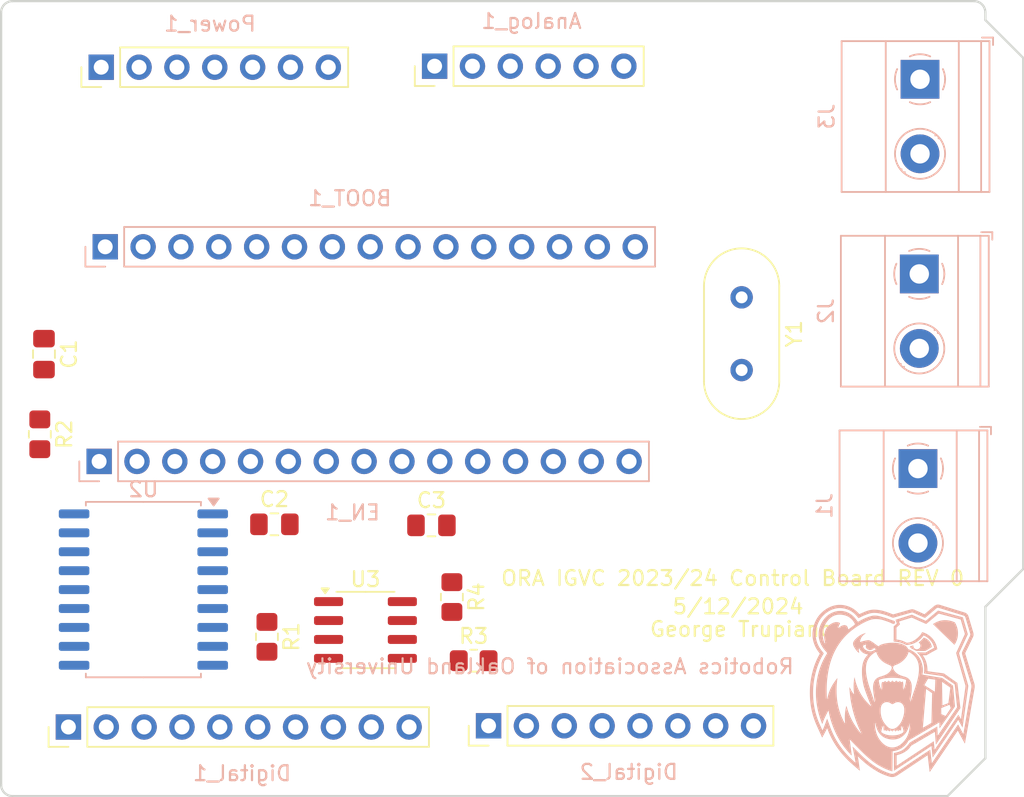
<source format=kicad_pcb>
(kicad_pcb (version 20240108) (generator "pcbnew") (generator_version "8.0")
  (layers (0 "F.Cu" signal) (31 "B.Cu" signal) (34 "B.Paste" user) (35 "F.Paste" user) (36 "B.SilkS" user "B.Silkscreen") (37 "F.SilkS" user "F.Silkscreen") (38 "B.Mask" user) (39 "F.Mask" user) (44 "Edge.Cuts" user))
  (net 0 "")
  (net 1 "A0")
  (net 2 "A5")
  (net 3 "A3")
  (net 4 "A2")
  (net 5 "A1")
  (net 6 "A4")
  (net 7 "D9")
  (net 8 "Net-(U2-OSC2)")
  (net 9 "Net-(U2-OSC1)")
  (net 10 "+5V")
  (net 11 "SO")
  (net 12 "SDA")
  (net 13 "SCL")
  (net 14 "AREF")
  (net 15 "D8")
  (net 16 "GND")
  (net 17 "D1_RX")
  (net 18 "D3")
  (net 19 "SI")
  (net 20 "D5")
  (net 21 "D7")
  (net 22 "D4")
  (net 23 "D1_TX")
  (net 24 "D6")
  (net 25 "3.3V")
  (net 26 "Vin")
  (net 27 "RESET")
  (net 28 "IOREF")
  (net 29 "SCK")
  (net 30 "CS")
  (net 57 "INT")
  (net 58 "CAN_H")
  (net 59 "CAN_L")
  (net 60 "Net-(U2-~{RESET})")
  (net 61 "Net-(U3-Rs)")
  (net 64 "Net-(U2-RXCAN)")
  (net 68 "Net-(U2-TXCAN)")
  (footprint "Resistor_SMD:R_0805_2012Metric_Pad1.20x1.40mm_HandSolder" (layer "F.Cu") (at 131.61 117.44 -90)
    (property "Reference" "R1" (at 0 -1.65 90) (layer "F.SilkS"))
    (property "Value" "1M")
    (pad "1" smd roundrect (at -1 0 270) (size 1.2 1.4) (layers "F.Cu" "F.Paste" "F.Mask") (roundrect_rratio 0.208333) (net 8 "Net-(U2-OSC2)"))
    (pad "2" smd roundrect (at 1 0 270) (size 1.2 1.4) (layers "F.Cu" "F.Paste" "F.Mask") (roundrect_rratio 0.208333) (net 9 "Net-(U2-OSC1)"))
  )
  (footprint "Resistor_SMD:R_0805_2012Metric_Pad1.20x1.40mm_HandSolder" (layer "F.Cu") (at 144.02 114.77 -90)
    (property "Reference" "R4" (at 0 -1.65 90) (layer "F.SilkS"))
    (property "Value" "120")
    (pad "1" smd roundrect (at -1 0 270) (size 1.2 1.4) (layers "F.Cu" "F.Paste" "F.Mask") (roundrect_rratio 0.208333) (net 58 "CAN_H"))
    (pad "2" smd roundrect (at 1 0 270) (size 1.2 1.4) (layers "F.Cu" "F.Paste" "F.Mask") (roundrect_rratio 0.208333) (net 59 "CAN_L"))
  )
  (footprint "Capacitor_SMD:C_0805_2012Metric_Pad1.18x1.45mm_HandSolder" (layer "F.Cu") (at 132.11 109.89)
    (property "Reference" "C2" (at 0 -1.68 0) (layer "F.SilkS"))
    (property "Value" "22uF")
    (pad "1" smd roundrect (at -1.0375 0) (size 1.175 1.45) (layers "F.Cu" "F.Paste" "F.Mask") (roundrect_rratio 0.212766) (net 9 "Net-(U2-OSC1)"))
    (pad "2" smd roundrect (at 1.0375 0) (size 1.175 1.45) (layers "F.Cu" "F.Paste" "F.Mask") (roundrect_rratio 0.212766) (net 16 "GND"))
  )
  (footprint "Connector_PinHeader_2.54mm:PinHeader_1x10_P2.54mm_Vertical" (layer "F.Cu") (at 118.29 123.49 90)
    (property "Reference" "Digital_1" (at -3.11 11.65 0) (layer "B.SilkS") (effects (justify mirror)))
    (property "Value" "Conn_01x10" (hide yes))
    (pad "1" thru_hole rect (at 0 0 90) (size 1.7 1.7) (drill 1) (layers "*.Cu" "*.Mask") (net 13 "SCL"))
    (pad "2" thru_hole oval (at 0 2.54 90) (size 1.7 1.7) (drill 1) (layers "*.Cu" "*.Mask") (net 12 "SDA"))
    (pad "3" thru_hole oval (at 0 5.08 90) (size 1.7 1.7) (drill 1) (layers "*.Cu" "*.Mask") (net 14 "AREF"))
    (pad "4" thru_hole oval (at 0 7.62 90) (size 1.7 1.7) (drill 1) (layers "*.Cu" "*.Mask") (net 16 "GND"))
    (pad "5" thru_hole oval (at 0 10.16 90) (size 1.7 1.7) (drill 1) (layers "*.Cu" "*.Mask") (net 29 "SCK"))
    (pad "6" thru_hole oval (at 0 12.7 90) (size 1.7 1.7) (drill 1) (layers "*.Cu" "*.Mask") (net 11 "SO"))
    (pad "7" thru_hole oval (at 0 15.24 90) (size 1.7 1.7) (drill 1) (layers "*.Cu" "*.Mask") (net 19 "SI"))
    (pad "8" thru_hole oval (at 0 17.78 90) (size 1.7 1.7) (drill 1) (layers "*.Cu" "*.Mask") (net 30 "CS"))
    (pad "9" thru_hole oval (at 0 20.32 90) (size 1.7 1.7) (drill 1) (layers "*.Cu" "*.Mask") (net 7 "D9"))
    (pad "10" thru_hole oval (at 0 22.86 90) (size 1.7 1.7) (drill 1) (layers "*.Cu" "*.Mask") (net 15 "D8"))
  )
  (footprint "Capacitor_SMD:C_0805_2012Metric_Pad1.18x1.45mm_HandSolder" (layer "F.Cu") (at 116.65 98.47 -90)
    (property "Reference" "C1" (at 0 -1.68 90) (layer "F.SilkS"))
    (property "Value" "22uF")
    (pad "1" smd roundrect (at -1.0375 0 270) (size 1.175 1.45) (layers "F.Cu" "F.Paste" "F.Mask") (roundrect_rratio 0.212766) (net 16 "GND"))
    (pad "2" smd roundrect (at 1.0375 0 270) (size 1.175 1.45) (layers "F.Cu" "F.Paste" "F.Mask") (roundrect_rratio 0.212766) (net 8 "Net-(U2-OSC2)"))
  )
  (footprint "Resistor_SMD:R_0805_2012Metric_Pad1.20x1.40mm_HandSolder" (layer "F.Cu") (at 145.48 119.04)
    (property "Reference" "R3" (at 0 -1.65 0) (layer "F.SilkS"))
    (property "Value" "10k")
    (pad "1" smd roundrect (at -1 0) (size 1.2 1.4) (layers "F.Cu" "F.Paste" "F.Mask") (roundrect_rratio 0.208333) (net 61 "Net-(U3-Rs)"))
    (pad "2" smd roundrect (at 1 0) (size 1.2 1.4) (layers "F.Cu" "F.Paste" "F.Mask") (roundrect_rratio 0.208333) (net 16 "GND"))
  )
  (footprint "Connector_PinHeader_2.54mm:PinHeader_1x06_P2.54mm_Vertical" (layer "F.Cu") (at 142.86 79.15 90)
    (property "Reference" "Analog_1" (at 3.02 6.5 0) (layer "B.SilkS") (effects (justify mirror)))
    (property "Value" "Conn_01x06" (hide yes))
    (pad "1" thru_hole rect (at 0 0 90) (size 1.7 1.7) (drill 1) (layers "*.Cu" "*.Mask") (net 1 "A0"))
    (pad "2" thru_hole oval (at 0 2.54 90) (size 1.7 1.7) (drill 1) (layers "*.Cu" "*.Mask") (net 5 "A1"))
    (pad "3" thru_hole oval (at 0 5.08 90) (size 1.7 1.7) (drill 1) (layers "*.Cu" "*.Mask") (net 4 "A2"))
    (pad "4" thru_hole oval (at 0 7.62 90) (size 1.7 1.7) (drill 1) (layers "*.Cu" "*.Mask") (net 3 "A3"))
    (pad "5" thru_hole oval (at 0 10.16 90) (size 1.7 1.7) (drill 1) (layers "*.Cu" "*.Mask") (net 6 "A4"))
    (pad "6" thru_hole oval (at 0 12.7 90) (size 1.7 1.7) (drill 1) (layers "*.Cu" "*.Mask") (net 2 "A5"))
  )
  (footprint "Connector_PinHeader_2.54mm:PinHeader_1x07_P2.54mm_Vertical" (layer "F.Cu") (at 120.49 79.22 90)
    (property "Reference" "Power_1" (at 2.91 7.3 0) (layer "B.SilkS") (effects (justify mirror)))
    (property "Value" "Conn_01x07" (hide yes))
    (pad "1" thru_hole rect (at 0 0 90) (size 1.7 1.7) (drill 1) (layers "*.Cu" "*.Mask") (net 28 "IOREF"))
    (pad "2" thru_hole oval (at 0 2.54 90) (size 1.7 1.7) (drill 1) (layers "*.Cu" "*.Mask") (net 27 "RESET"))
    (pad "3" thru_hole oval (at 0 5.08 90) (size 1.7 1.7) (drill 1) (layers "*.Cu" "*.Mask") (net 25 "3.3V"))
    (pad "4" thru_hole oval (at 0 7.62 90) (size 1.7 1.7) (drill 1) (layers "*.Cu" "*.Mask") (net 10 "+5V"))
    (pad "5" thru_hole oval (at 0 10.16 90) (size 1.7 1.7) (drill 1) (layers "*.Cu" "*.Mask") (net 16 "GND"))
    (pad "6" thru_hole oval (at 0 12.7 90) (size 1.7 1.7) (drill 1) (layers "*.Cu" "*.Mask") (net 16 "GND"))
    (pad "7" thru_hole oval (at 0 15.24 90) (size 1.7 1.7) (drill 1) (layers "*.Cu" "*.Mask") (net 26 "Vin"))
  )
  (footprint "Capacitor_SMD:C_0805_2012Metric_Pad1.18x1.45mm_HandSolder" (layer "F.Cu") (at 142.6475 109.96)
    (property "Reference" "C3" (at 0 -1.68 0) (layer "F.SilkS"))
    (property "Value" "100nF")
    (pad "1" smd roundrect (at -1.0375 0) (size 1.175 1.45) (layers "F.Cu" "F.Paste" "F.Mask") (roundrect_rratio 0.212766) (net 10 "+5V"))
    (pad "2" smd roundrect (at 1.0375 0) (size 1.175 1.45) (layers "F.Cu" "F.Paste" "F.Mask") (roundrect_rratio 0.212766) (net 16 "GND"))
  )
  (footprint "Connector_PinHeader_2.54mm:PinHeader_1x08_P2.54mm_Vertical" (layer "F.Cu") (at 146.48 123.41 90)
    (property "Reference" "Digital_2" (at -3.1 9.41 0) (layer "B.SilkS") (effects (justify mirror)))
    (property "Value" "Conn_01x08" (hide yes))
    (pad "1" thru_hole rect (at 0 0 90) (size 1.7 1.7) (drill 1) (layers "*.Cu" "*.Mask") (net 21 "D7"))
    (pad "2" thru_hole oval (at 0 2.54 90) (size 1.7 1.7) (drill 1) (layers "*.Cu" "*.Mask") (net 24 "D6"))
    (pad "3" thru_hole oval (at 0 5.08 90) (size 1.7 1.7) (drill 1) (layers "*.Cu" "*.Mask") (net 20 "D5"))
    (pad "4" thru_hole oval (at 0 7.62 90) (size 1.7 1.7) (drill 1) (layers "*.Cu" "*.Mask") (net 22 "D4"))
    (pad "5" thru_hole oval (at 0 10.16 90) (size 1.7 1.7) (drill 1) (layers "*.Cu" "*.Mask") (net 18 "D3"))
    (pad "6" thru_hole oval (at 0 12.7 90) (size 1.7 1.7) (drill 1) (layers "*.Cu" "*.Mask") (net 57 "INT"))
    (pad "7" thru_hole oval (at 0 15.24 90) (size 1.7 1.7) (drill 1) (layers "*.Cu" "*.Mask") (net 23 "D1_TX"))
    (pad "8" thru_hole oval (at 0 17.78 90) (size 1.7 1.7) (drill 1) (layers "*.Cu" "*.Mask") (net 17 "D1_RX"))
  )
  (footprint "Package_SO:SOIC-8_3.9x4.9mm_P1.27mm" (layer "F.Cu") (at 138.22 116.98)
    (property "Reference" "U3" (at 0 -3.4 0) (layer "F.SilkS"))
    (property "Value" "MCP2551-I-SN")
    (pad "1" smd roundrect (at -2.475 -1.905) (size 1.95 0.6) (layers "F.Cu" "F.Paste" "F.Mask") (net 68 "Net-(U2-TXCAN)"))
    (pad "2" smd roundrect (at -2.475 -0.635) (size 1.95 0.6) (layers "F.Cu" "F.Paste" "F.Mask") (net 16 "GND"))
    (pad "3" smd roundrect (at -2.475 0.635) (size 1.95 0.6) (layers "F.Cu" "F.Paste" "F.Mask") (net 10 "+5V"))
    (pad "4" smd roundrect (at -2.475 1.905) (size 1.95 0.6) (layers "F.Cu" "F.Paste" "F.Mask") (net 64 "Net-(U2-RXCAN)"))
    (pad "5" smd roundrect (at 2.475 1.905) (size 1.95 0.6) (layers "F.Cu" "F.Paste" "F.Mask"))
    (pad "6" smd roundrect (at 2.475 0.635) (size 1.95 0.6) (layers "F.Cu" "F.Paste" "F.Mask") (net 59 "CAN_L"))
    (pad "7" smd roundrect (at 2.475 -0.635) (size 1.95 0.6) (layers "F.Cu" "F.Paste" "F.Mask") (net 58 "CAN_H"))
    (pad "8" smd roundrect (at 2.475 -1.905) (size 1.95 0.6) (layers "F.Cu" "F.Paste" "F.Mask") (net 61 "Net-(U3-Rs)"))
  )
  (footprint "Crystal:Crystal_HC49-4H_Vertical" (layer "F.Cu") (at 163.46 94.66 -90)
    (property "Reference" "Y1" (at 2.44 -3.525 90) (layer "F.SilkS"))
    (property "Value" "8Mhz")
    (pad "1" thru_hole circle (at 0 0 270) (size 1.5 1.5) (drill 0.8) (layers "*.Cu" "*.Mask") (net 9 "Net-(U2-OSC1)"))
    (pad "2" thru_hole circle (at 4.88 0 270) (size 1.5 1.5) (drill 0.8) (layers "*.Cu" "*.Mask") (net 8 "Net-(U2-OSC2)"))
  )
  (footprint "Resistor_SMD:R_0805_2012Metric_Pad1.20x1.40mm_HandSolder" (layer "F.Cu") (at 116.37 103.85 -90)
    (property "Reference" "R2" (at 0 -1.65 90) (layer "F.SilkS"))
    (property "Value" "10k")
    (pad "1" smd roundrect (at -1 0 270) (size 1.2 1.4) (layers "F.Cu" "F.Paste" "F.Mask") (roundrect_rratio 0.208333) (net 16 "GND"))
    (pad "2" smd roundrect (at 1 0 270) (size 1.2 1.4) (layers "F.Cu" "F.Paste" "F.Mask") (roundrect_rratio 0.208333) (net 60 "Net-(U2-~{RESET})"))
  )
  (footprint "Package_SO:SOIC-18W_7.5x11.6mm_P1.27mm" (layer "B.Cu") (at 123.32 114.27 180)
    (property "Reference" "U2" (at 0 6.72 180) (layer "B.SilkS") (effects (justify mirror)))
    (property "Value" "MCP2515-xSO")
    (pad "1" smd roundrect (at -4.65 5.08 180) (size 2.05 0.6) (layers "B.Cu" "B.Paste" "B.Mask") (net 68 "Net-(U2-TXCAN)"))
    (pad "2" smd roundrect (at -4.65 3.81 180) (size 2.05 0.6) (layers "B.Cu" "B.Paste" "B.Mask") (net 64 "Net-(U2-RXCAN)"))
    (pad "3" smd roundrect (at -4.65 2.54 180) (size 2.05 0.6) (layers "B.Cu" "B.Paste" "B.Mask"))
    (pad "4" smd roundrect (at -4.65 1.27 180) (size 2.05 0.6) (layers "B.Cu" "B.Paste" "B.Mask"))
    (pad "5" smd roundrect (at -4.65 0 180) (size 2.05 0.6) (layers "B.Cu" "B.Paste" "B.Mask"))
    (pad "6" smd roundrect (at -4.65 -1.27 180) (size 2.05 0.6) (layers "B.Cu" "B.Paste" "B.Mask"))
    (pad "7" smd roundrect (at -4.65 -2.54 180) (size 2.05 0.6) (layers "B.Cu" "B.Paste" "B.Mask") (net 8 "Net-(U2-OSC2)"))
    (pad "8" smd roundrect (at -4.65 -3.81 180) (size 2.05 0.6) (layers "B.Cu" "B.Paste" "B.Mask") (net 9 "Net-(U2-OSC1)"))
    (pad "9" smd roundrect (at -4.65 -5.08 180) (size 2.05 0.6) (layers "B.Cu" "B.Paste" "B.Mask") (net 16 "GND"))
    (pad "10" smd roundrect (at 4.65 -5.08 180) (size 2.05 0.6) (layers "B.Cu" "B.Paste" "B.Mask"))
    (pad "11" smd roundrect (at 4.65 -3.81 180) (size 2.05 0.6) (layers "B.Cu" "B.Paste" "B.Mask"))
    (pad "12" smd roundrect (at 4.65 -2.54 180) (size 2.05 0.6) (layers "B.Cu" "B.Paste" "B.Mask") (net 57 "INT"))
    (pad "13" smd roundrect (at 4.65 -1.27 180) (size 2.05 0.6) (layers "B.Cu" "B.Paste" "B.Mask") (net 29 "SCK"))
    (pad "14" smd roundrect (at 4.65 0 180) (size 2.05 0.6) (layers "B.Cu" "B.Paste" "B.Mask") (net 19 "SI"))
    (pad "15" smd roundrect (at 4.65 1.27 180) (size 2.05 0.6) (layers "B.Cu" "B.Paste" "B.Mask") (net 11 "SO"))
    (pad "16" smd roundrect (at 4.65 2.54 180) (size 2.05 0.6) (layers "B.Cu" "B.Paste" "B.Mask") (net 30 "CS"))
    (pad "17" smd roundrect (at 4.65 3.81 180) (size 2.05 0.6) (layers "B.Cu" "B.Paste" "B.Mask") (net 60 "Net-(U2-~{RESET})"))
    (pad "18" smd roundrect (at 4.65 5.08 180) (size 2.05 0.6) (layers "B.Cu" "B.Paste" "B.Mask") (net 10 "+5V"))
  )
  (footprint "TerminalBlock_Phoenix:TerminalBlock_Phoenix_MKDS-1,5-2_1x02_P5.00mm_Horizontal" (layer "B.Cu") (at 175.38 93.09 -90)
    (property "Reference" "J2" (at 2.5 6.26 90) (layer "B.SilkS") (effects (justify mirror)))
    (property "Value" "CAN")
    (pad "1" thru_hole rect (at 0 0 270) (size 2.6 2.6) (drill 1.3) (layers "*.Cu" "*.Mask") (net 59 "CAN_L"))
    (pad "2" thru_hole circle (at 5 0 270) (size 2.6 2.6) (drill 1.3) (layers "*.Cu" "*.Mask") (net 58 "CAN_H"))
  )
  (footprint "AdditionalParts:ORA_Logo_V2" (layer "B.Cu") (at 173.58 121.12 180)
    (property "Reference" "G***" (hide yes))
    (property "Value" "LOGO" (hide yes))
  )
  (footprint "Connector_PinSocket_2.54mm:PinSocket_1x15_P2.54mm_Vertical" (layer "B.Cu") (at 120.35 105.67 -90)
    (property "Reference" "EN_1" (at 3.43 -17 0) (layer "B.SilkS") (effects (justify mirror)))
    (property "Value" "Conn_01x15" (hide yes))
    (pad "1" thru_hole rect (at 0 0 270) (size 1.7 1.7) (drill 1) (layers "*.Cu" "*.Mask") (net 10 "+5V"))
    (pad "2" thru_hole oval (at 0 -2.54 270) (size 1.7 1.7) (drill 1) (layers "*.Cu" "*.Mask") (net 16 "GND"))
    (pad "3" thru_hole oval (at 0 -5.08 270) (size 1.7 1.7) (drill 1) (layers "*.Cu" "*.Mask"))
    (pad "4" thru_hole oval (at 0 -7.62 270) (size 1.7 1.7) (drill 1) (layers "*.Cu" "*.Mask"))
    (pad "5" thru_hole oval (at 0 -10.16 270) (size 1.7 1.7) (drill 1) (layers "*.Cu" "*.Mask"))
    (pad "6" thru_hole oval (at 0 -12.7 270) (size 1.7 1.7) (drill 1) (layers "*.Cu" "*.Mask"))
    (pad "7" thru_hole oval (at 0 -15.24 270) (size 1.7 1.7) (drill 1) (layers "*.Cu" "*.Mask"))
    (pad "8" thru_hole oval (at 0 -17.78 270) (size 1.7 1.7) (drill 1) (layers "*.Cu" "*.Mask"))
    (pad "9" thru_hole oval (at 0 -20.32 270) (size 1.7 1.7) (drill 1) (layers "*.Cu" "*.Mask"))
    (pad "10" thru_hole oval (at 0 -22.86 270) (size 1.7 1.7) (drill 1) (layers "*.Cu" "*.Mask"))
    (pad "11" thru_hole oval (at 0 -25.4 270) (size 1.7 1.7) (drill 1) (layers "*.Cu" "*.Mask"))
    (pad "12" thru_hole oval (at 0 -27.94 270) (size 1.7 1.7) (drill 1) (layers "*.Cu" "*.Mask"))
    (pad "13" thru_hole oval (at 0 -30.48 270) (size 1.7 1.7) (drill 1) (layers "*.Cu" "*.Mask"))
    (pad "14" thru_hole oval (at 0 -33.02 270) (size 1.7 1.7) (drill 1) (layers "*.Cu" "*.Mask"))
    (pad "15" thru_hole oval (at 0 -35.56 270) (size 1.7 1.7) (drill 1) (layers "*.Cu" "*.Mask"))
  )
  (footprint "TerminalBlock_Phoenix:TerminalBlock_Phoenix_MKDS-1,5-2_1x02_P5.00mm_Horizontal" (layer "B.Cu") (at 175.29 106.15 -90)
    (property "Reference" "J1" (at 2.5 6.26 90) (layer "B.SilkS") (effects (justify mirror)))
    (property "Value" "CAN")
    (pad "1" thru_hole rect (at 0 0 270) (size 2.6 2.6) (drill 1.3) (layers "*.Cu" "*.Mask") (net 59 "CAN_L"))
    (pad "2" thru_hole circle (at 5 0 270) (size 2.6 2.6) (drill 1.3) (layers "*.Cu" "*.Mask") (net 58 "CAN_H"))
  )
  (footprint "TerminalBlock_Phoenix:TerminalBlock_Phoenix_MKDS-1,5-2_1x02_P5.00mm_Horizontal" (layer "B.Cu") (at 175.43 80.03 -90)
    (property "Reference" "J3" (at 2.5 6.26 90) (layer "B.SilkS") (effects (justify mirror)))
    (property "Value" "CAN")
    (pad "1" thru_hole rect (at 0 0 270) (size 2.6 2.6) (drill 1.3) (layers "*.Cu" "*.Mask") (net 59 "CAN_L"))
    (pad "2" thru_hole circle (at 5 0 270) (size 2.6 2.6) (drill 1.3) (layers "*.Cu" "*.Mask") (net 58 "CAN_H"))
  )
  (footprint "Connector_PinSocket_2.54mm:PinSocket_1x15_P2.54mm_Vertical" (layer "B.Cu") (at 120.76 91.27 -90)
    (property "Reference" "BOOT_1" (at -3.25 -16.41 0) (layer "B.SilkS") (effects (justify mirror)))
    (property "Value" "Conn_01x15" (hide yes))
    (pad "1" thru_hole rect (at 0 0 270) (size 1.7 1.7) (drill 1) (layers "*.Cu" "*.Mask"))
    (pad "2" thru_hole oval (at 0 -2.54 270) (size 1.7 1.7) (drill 1) (layers "*.Cu" "*.Mask") (net 13 "SCL"))
    (pad "3" thru_hole oval (at 0 -5.08 270) (size 1.7 1.7) (drill 1) (layers "*.Cu" "*.Mask"))
    (pad "4" thru_hole oval (at 0 -7.62 270) (size 1.7 1.7) (drill 1) (layers "*.Cu" "*.Mask"))
    (pad "5" thru_hole oval (at 0 -10.16 270) (size 1.7 1.7) (drill 1) (layers "*.Cu" "*.Mask") (net 12 "SDA"))
    (pad "6" thru_hole oval (at 0 -12.7 270) (size 1.7 1.7) (drill 1) (layers "*.Cu" "*.Mask"))
    (pad "7" thru_hole oval (at 0 -15.24 270) (size 1.7 1.7) (drill 1) (layers "*.Cu" "*.Mask"))
    (pad "8" thru_hole oval (at 0 -17.78 270) (size 1.7 1.7) (drill 1) (layers "*.Cu" "*.Mask"))
    (pad "9" thru_hole oval (at 0 -20.32 270) (size 1.7 1.7) (drill 1) (layers "*.Cu" "*.Mask"))
    (pad "10" thru_hole oval (at 0 -22.86 270) (size 1.7 1.7) (drill 1) (layers "*.Cu" "*.Mask"))
    (pad "11" thru_hole oval (at 0 -25.4 270) (size 1.7 1.7) (drill 1) (layers "*.Cu" "*.Mask"))
    (pad "12" thru_hole oval (at 0 -27.94 270) (size 1.7 1.7) (drill 1) (layers "*.Cu" "*.Mask"))
    (pad "13" thru_hole oval (at 0 -30.48 270) (size 1.7 1.7) (drill 1) (layers "*.Cu" "*.Mask"))
    (pad "14" thru_hole oval (at 0 -33.02 270) (size 1.7 1.7) (drill 1) (layers "*.Cu" "*.Mask"))
    (pad "15" thru_hole oval (at 0 -35.56 270) (size 1.7 1.7) (drill 1) (layers "*.Cu" "*.Mask"))
  )
  (gr_line (start 113.774 75.547) (end 113.774 127.363) (stroke (width 0.15)) (layer "Edge.Cuts"))
  (gr_line (start 179.814 76.055) (end 179.814 75.547) (stroke (width 0.15)) (layer "Edge.Cuts"))
  (gr_arc (start 113.774 75.547) (mid 113.997185 75.008185) (end 114.536 74.785) (stroke (width 0.15)) (layer "Edge.Cuts"))
  (gr_line (start 114.536 128.125) (end 177.274 128.125) (stroke (width 0.15)) (layer "Edge.Cuts"))
  (gr_line (start 179.814 115.425) (end 182.354 112.885) (stroke (width 0.15)) (layer "Edge.Cuts"))
  (gr_line (start 182.354 78.595) (end 179.814 76.055) (stroke (width 0.15)) (layer "Edge.Cuts"))
  (gr_line (start 177.274 128.125) (end 179.814 125.585) (stroke (width 0.15)) (layer "Edge.Cuts"))
  (gr_line (start 179.814 125.585) (end 179.814 115.425) (stroke (width 0.15)) (layer "Edge.Cuts"))
  (gr_line (start 182.354 112.885) (end 182.354 78.595) (stroke (width 0.15)) (layer "Edge.Cuts"))
  (gr_arc (start 179.052 74.785) (mid 179.590815 75.008185) (end 179.814 75.547) (stroke (width 0.15)) (layer "Edge.Cuts"))
  (gr_line (start 179.052 74.785) (end 114.536 74.785) (stroke (width 0.15)) (layer "Edge.Cuts"))
  (gr_arc (start 114.536 128.125) (mid 113.997185 127.901815) (end 113.774 127.363) (stroke (width 0.15)) (layer "Edge.Cuts"))
  (gr_text "Robotics Association of Oakland University" (at 167.05 120.01 -0) (layer "B.SilkS") (effects (font (size 1 1)) (justify left bottom mirror)))
  (gr_text "George Trupiano" (at 157.22 117.51 -0) (layer "F.SilkS") (effects (font (size 1 1)) (justify left bottom)))
  (gr_text "ORA IGVC 2023/24 Control Board REV 0" (at 147.24 114.09 -0) (layer "F.SilkS") (effects (font (size 1 1)) (justify left bottom)))
  (gr_text "5/12/2024\n" (at 158.74 115.99 -0) (layer "F.SilkS") (effects (font (size 1 1)) (justify left bottom)))
)
</source>
